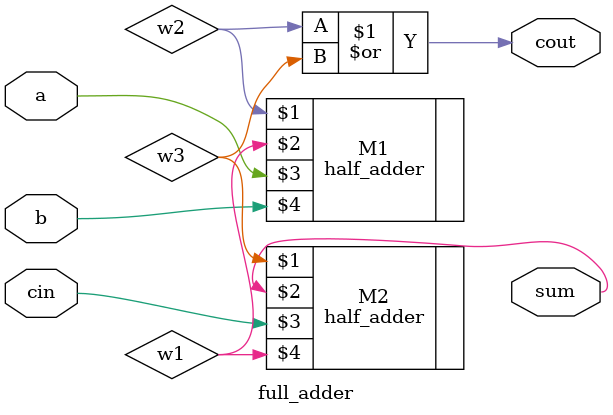
<source format=v>
module full_adder(
	output cout, sum,
	input a,b, cin
	);
	wire w1, w2, w3;
	
	half_adder M1(w2, w1, a, b);
	half_adder M2(w3, sum, cin, w1);
	or 		  M3(cout, w2, w3);
endmodule
</source>
